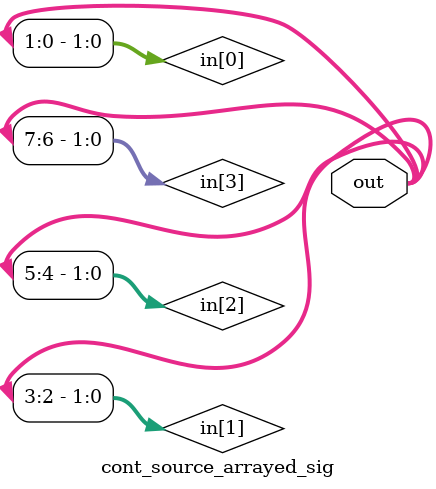
<source format=v>
module cont_source_arrayed_sig(
	output [7:0] out
);
	
	wire [1:0] in [0:3];

	assign out[1:0] = in[0];
	assign out[3:2] = in[1];
	assign out[5:4] = in[2];
	assign out[7:6] = in[3];

endmodule

</source>
